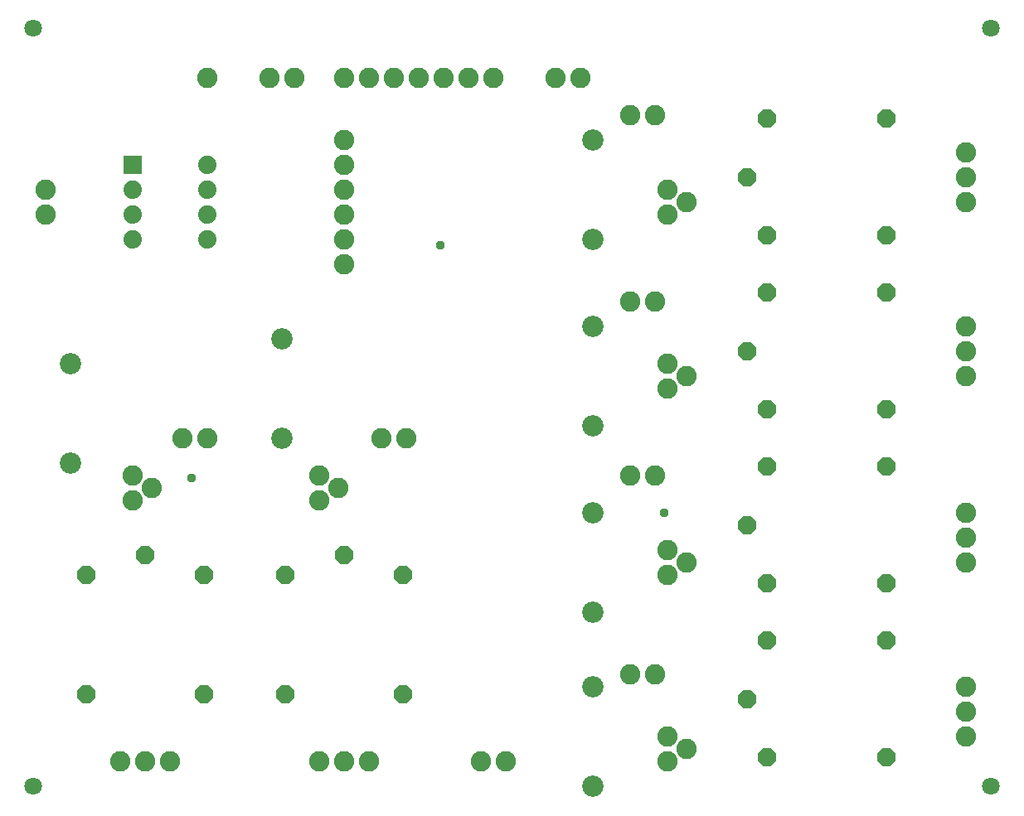
<source format=gbr>
G04 EAGLE Gerber RS-274X export*
G75*
%MOMM*%
%FSLAX34Y34*%
%LPD*%
%INSoldermask Bottom*%
%IPPOS*%
%AMOC8*
5,1,8,0,0,1.08239X$1,22.5*%
G01*
%ADD10C,1.803200*%
%ADD11C,2.082800*%
%ADD12C,2.184400*%
%ADD13P,2.005885X8X22.500000*%
%ADD14P,2.005885X8X292.500000*%
%ADD15R,1.879600X1.879600*%
%ADD16C,1.879600*%
%ADD17C,0.959600*%


D10*
X0Y787400D03*
X0Y12700D03*
X977900Y12700D03*
X977900Y787400D03*
D11*
X317500Y736600D03*
X342900Y736600D03*
X368300Y736600D03*
X393700Y736600D03*
X419100Y736600D03*
X444500Y736600D03*
X469900Y736600D03*
X533400Y736600D03*
X558800Y736600D03*
X241300Y736600D03*
X266700Y736600D03*
X482600Y38100D03*
X457200Y38100D03*
D12*
X571500Y12700D03*
X571500Y114300D03*
D11*
X609600Y698500D03*
X635000Y698500D03*
X355600Y368300D03*
X381000Y368300D03*
X152400Y368300D03*
X177800Y368300D03*
D12*
X571500Y190500D03*
X571500Y292100D03*
X571500Y381000D03*
X571500Y482600D03*
X571500Y571500D03*
X571500Y673100D03*
X254000Y368300D03*
X254000Y469900D03*
X38100Y342900D03*
X38100Y444500D03*
D11*
X609600Y127000D03*
X635000Y127000D03*
X609600Y330200D03*
X635000Y330200D03*
X609600Y508000D03*
X635000Y508000D03*
X12700Y596900D03*
X12700Y622300D03*
X177800Y736600D03*
X647700Y63500D03*
X666750Y50800D03*
X647700Y38100D03*
X647700Y254000D03*
X666750Y241300D03*
X647700Y228600D03*
X647700Y444500D03*
X666750Y431800D03*
X647700Y419100D03*
X647700Y622300D03*
X666750Y609600D03*
X647700Y596900D03*
X292100Y330200D03*
X311150Y317500D03*
X292100Y304800D03*
X101600Y330200D03*
X120650Y317500D03*
X101600Y304800D03*
X952500Y114300D03*
X952500Y88900D03*
X952500Y63500D03*
X952500Y292100D03*
X952500Y266700D03*
X952500Y241300D03*
X952500Y482600D03*
X952500Y457200D03*
X952500Y431800D03*
X952500Y660400D03*
X952500Y635000D03*
X952500Y609600D03*
X139700Y38100D03*
X114300Y38100D03*
X88900Y38100D03*
X342900Y38100D03*
X317500Y38100D03*
X292100Y38100D03*
X317500Y546100D03*
X317500Y571500D03*
X317500Y596900D03*
X317500Y622300D03*
X317500Y647700D03*
X317500Y673100D03*
D13*
X749300Y161600D03*
X749300Y41600D03*
X871300Y161600D03*
X871300Y41600D03*
X729300Y101600D03*
X749300Y339400D03*
X749300Y219400D03*
X871300Y339400D03*
X871300Y219400D03*
X729300Y279400D03*
D14*
X377500Y228600D03*
X257500Y228600D03*
X377500Y106600D03*
X257500Y106600D03*
X317500Y248600D03*
D13*
X749300Y517200D03*
X749300Y397200D03*
X871300Y517200D03*
X871300Y397200D03*
X729300Y457200D03*
X749300Y695000D03*
X749300Y575000D03*
X871300Y695000D03*
X871300Y575000D03*
X729300Y635000D03*
D14*
X174300Y228600D03*
X54300Y228600D03*
X174300Y106600D03*
X54300Y106600D03*
X114300Y248600D03*
D15*
X101600Y647700D03*
D16*
X101600Y622300D03*
X101600Y596900D03*
X101600Y571500D03*
X177800Y571500D03*
X177800Y596900D03*
X177800Y622300D03*
X177800Y647700D03*
D17*
X161925Y327025D03*
X644525Y292100D03*
X415925Y565150D03*
M02*

</source>
